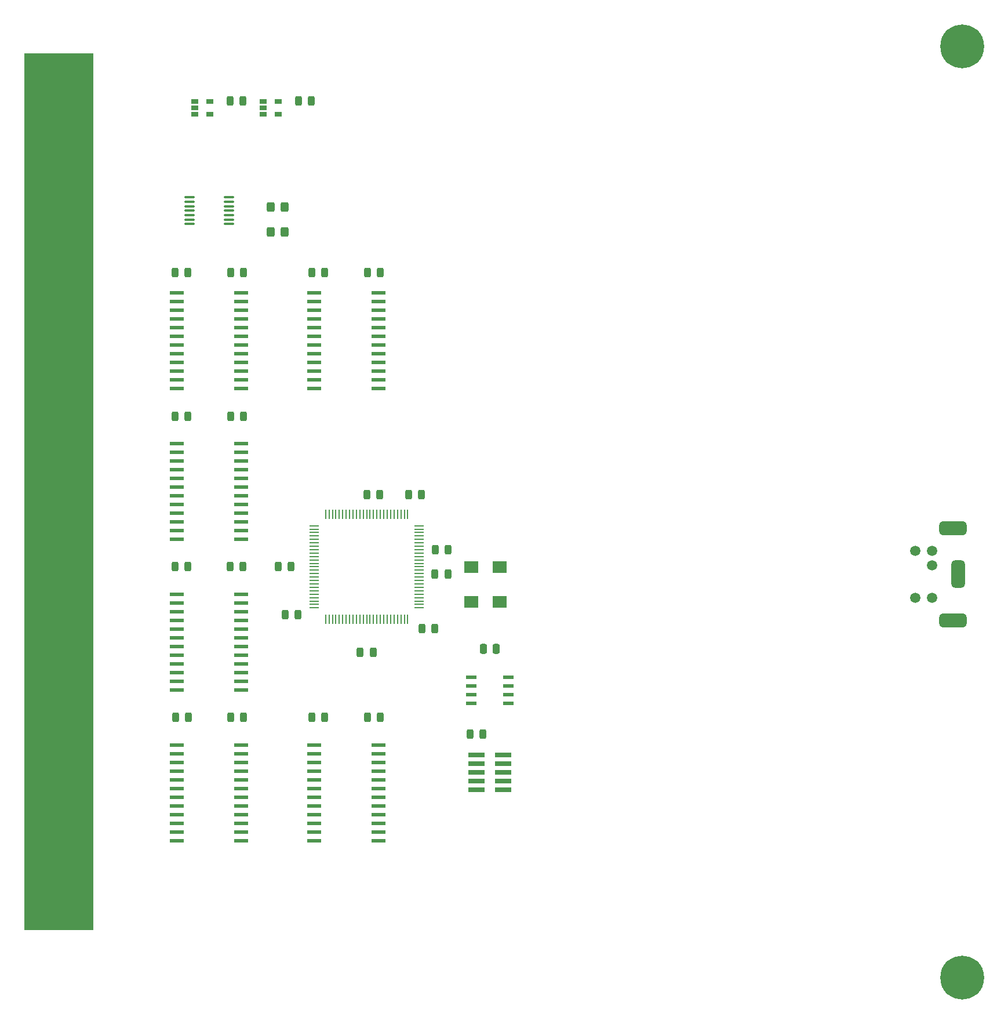
<source format=gbr>
%TF.GenerationSoftware,KiCad,Pcbnew,(6.0.4-0)*%
%TF.CreationDate,2022-10-03T08:54:47-06:00*%
%TF.ProjectId,midiori,6d696469-6f72-4692-9e6b-696361645f70,rev?*%
%TF.SameCoordinates,Original*%
%TF.FileFunction,Soldermask,Top*%
%TF.FilePolarity,Negative*%
%FSLAX46Y46*%
G04 Gerber Fmt 4.6, Leading zero omitted, Abs format (unit mm)*
G04 Created by KiCad (PCBNEW (6.0.4-0)) date 2022-10-03 08:54:47*
%MOMM*%
%LPD*%
G01*
G04 APERTURE LIST*
G04 Aperture macros list*
%AMRoundRect*
0 Rectangle with rounded corners*
0 $1 Rounding radius*
0 $2 $3 $4 $5 $6 $7 $8 $9 X,Y pos of 4 corners*
0 Add a 4 corners polygon primitive as box body*
4,1,4,$2,$3,$4,$5,$6,$7,$8,$9,$2,$3,0*
0 Add four circle primitives for the rounded corners*
1,1,$1+$1,$2,$3*
1,1,$1+$1,$4,$5*
1,1,$1+$1,$6,$7*
1,1,$1+$1,$8,$9*
0 Add four rect primitives between the rounded corners*
20,1,$1+$1,$2,$3,$4,$5,0*
20,1,$1+$1,$4,$5,$6,$7,0*
20,1,$1+$1,$6,$7,$8,$9,0*
20,1,$1+$1,$8,$9,$2,$3,0*%
G04 Aperture macros list end*
%ADD10C,0.100000*%
%ADD11R,2.000000X1.800000*%
%ADD12RoundRect,0.250000X-0.325000X-0.450000X0.325000X-0.450000X0.325000X0.450000X-0.325000X0.450000X0*%
%ADD13RoundRect,0.250000X0.325000X0.450000X-0.325000X0.450000X-0.325000X-0.450000X0.325000X-0.450000X0*%
%ADD14R,8.000000X1.800000*%
%ADD15RoundRect,0.250000X-0.250000X-0.475000X0.250000X-0.475000X0.250000X0.475000X-0.250000X0.475000X0*%
%ADD16R,2.000000X0.600000*%
%ADD17R,1.470000X0.280000*%
%ADD18R,0.280000X1.470000*%
%ADD19RoundRect,0.100000X-0.637500X-0.100000X0.637500X-0.100000X0.637500X0.100000X-0.637500X0.100000X0*%
%ADD20R,1.550000X0.600000*%
%ADD21R,1.060000X0.650000*%
%ADD22RoundRect,0.243750X-0.243750X-0.456250X0.243750X-0.456250X0.243750X0.456250X-0.243750X0.456250X0*%
%ADD23R,2.400000X0.740000*%
%ADD24RoundRect,0.243750X0.243750X0.456250X-0.243750X0.456250X-0.243750X-0.456250X0.243750X-0.456250X0*%
%ADD25C,6.400000*%
%ADD26RoundRect,0.500000X-0.500000X1.500000X-0.500000X-1.500000X0.500000X-1.500000X0.500000X1.500000X0*%
%ADD27RoundRect,0.500000X-1.500000X0.500000X-1.500000X-0.500000X1.500000X-0.500000X1.500000X0.500000X0*%
%ADD28C,1.500000*%
G04 APERTURE END LIST*
D10*
G36*
X54000000Y-175000000D02*
G01*
X44000000Y-175000000D01*
X44000000Y-47000000D01*
X54000000Y-47000000D01*
X54000000Y-175000000D01*
G37*
X54000000Y-175000000D02*
X44000000Y-175000000D01*
X44000000Y-47000000D01*
X54000000Y-47000000D01*
X54000000Y-175000000D01*
D11*
%TO.C,X1*%
X113440000Y-127090000D03*
X113440000Y-122010000D03*
X109240000Y-122010000D03*
X109240000Y-127090000D03*
%TD*%
D12*
%TO.C,R6*%
X79950000Y-69500000D03*
X82000000Y-69500000D03*
%TD*%
D13*
%TO.C,R9*%
X81995000Y-73080000D03*
X79945000Y-73080000D03*
%TD*%
D14*
%TO.C,J1*%
X50000000Y-173460000D03*
X50000000Y-170920000D03*
X50000000Y-168380000D03*
X50000000Y-165840000D03*
X50000000Y-163300000D03*
X50000000Y-160760000D03*
X50000000Y-158220000D03*
X50000000Y-155680000D03*
X50000000Y-153140000D03*
X50000000Y-150600000D03*
X50000000Y-148060000D03*
X50000000Y-145520000D03*
X50000000Y-142980000D03*
X50000000Y-140440000D03*
X50000000Y-137900000D03*
X50000000Y-135360000D03*
X50000000Y-132820000D03*
X50000000Y-130280000D03*
X50000000Y-127740000D03*
X50000000Y-125200000D03*
X50000000Y-122660000D03*
X50000000Y-120120000D03*
X50000000Y-117580000D03*
X50000000Y-115040000D03*
X50000000Y-112500000D03*
X50000000Y-109960000D03*
X50000000Y-107420000D03*
X50000000Y-104880000D03*
X50000000Y-102340000D03*
X50000000Y-99800000D03*
X50000000Y-97260000D03*
X50000000Y-94720000D03*
X50000000Y-92180000D03*
X50000000Y-89640000D03*
X50000000Y-87100000D03*
X50000000Y-84560000D03*
X50000000Y-82020000D03*
X50000000Y-79480000D03*
X50000000Y-76940000D03*
X50000000Y-74400000D03*
X50000000Y-71860000D03*
X50000000Y-69320000D03*
X50000000Y-66780000D03*
X50000000Y-64240000D03*
X50000000Y-61700000D03*
X50000000Y-59160000D03*
X50000000Y-56620000D03*
X50000000Y-54080000D03*
X50000000Y-51540000D03*
X50000000Y-49000000D03*
%TD*%
D15*
%TO.C,C8*%
X111025000Y-134000000D03*
X112925000Y-134000000D03*
%TD*%
D16*
%TO.C,U4*%
X86300000Y-148015000D03*
X86300000Y-149285000D03*
X86300000Y-150555000D03*
X86300000Y-151825000D03*
X86300000Y-153095000D03*
X86300000Y-154365000D03*
X86300000Y-155635000D03*
X86300000Y-156905000D03*
X86300000Y-158175000D03*
X86300000Y-159445000D03*
X86300000Y-160715000D03*
X86300000Y-161985000D03*
X95700000Y-161985000D03*
X95700000Y-160715000D03*
X95700000Y-159445000D03*
X95700000Y-158175000D03*
X95700000Y-156905000D03*
X95700000Y-155635000D03*
X95700000Y-154365000D03*
X95700000Y-153095000D03*
X95700000Y-151825000D03*
X95700000Y-150555000D03*
X95700000Y-149285000D03*
X95700000Y-148015000D03*
%TD*%
%TO.C,U5*%
X66300000Y-126015000D03*
X66300000Y-127285000D03*
X66300000Y-128555000D03*
X66300000Y-129825000D03*
X66300000Y-131095000D03*
X66300000Y-132365000D03*
X66300000Y-133635000D03*
X66300000Y-134905000D03*
X66300000Y-136175000D03*
X66300000Y-137445000D03*
X66300000Y-138715000D03*
X66300000Y-139985000D03*
X75700000Y-139985000D03*
X75700000Y-138715000D03*
X75700000Y-137445000D03*
X75700000Y-136175000D03*
X75700000Y-134905000D03*
X75700000Y-133635000D03*
X75700000Y-132365000D03*
X75700000Y-131095000D03*
X75700000Y-129825000D03*
X75700000Y-128555000D03*
X75700000Y-127285000D03*
X75700000Y-126015000D03*
%TD*%
%TO.C,U6*%
X86300000Y-82015000D03*
X86300000Y-83285000D03*
X86300000Y-84555000D03*
X86300000Y-85825000D03*
X86300000Y-87095000D03*
X86300000Y-88365000D03*
X86300000Y-89635000D03*
X86300000Y-90905000D03*
X86300000Y-92175000D03*
X86300000Y-93445000D03*
X86300000Y-94715000D03*
X86300000Y-95985000D03*
X95700000Y-95985000D03*
X95700000Y-94715000D03*
X95700000Y-93445000D03*
X95700000Y-92175000D03*
X95700000Y-90905000D03*
X95700000Y-89635000D03*
X95700000Y-88365000D03*
X95700000Y-87095000D03*
X95700000Y-85825000D03*
X95700000Y-84555000D03*
X95700000Y-83285000D03*
X95700000Y-82015000D03*
%TD*%
%TO.C,U7*%
X66300000Y-148015000D03*
X66300000Y-149285000D03*
X66300000Y-150555000D03*
X66300000Y-151825000D03*
X66300000Y-153095000D03*
X66300000Y-154365000D03*
X66300000Y-155635000D03*
X66300000Y-156905000D03*
X66300000Y-158175000D03*
X66300000Y-159445000D03*
X66300000Y-160715000D03*
X66300000Y-161985000D03*
X75700000Y-161985000D03*
X75700000Y-160715000D03*
X75700000Y-159445000D03*
X75700000Y-158175000D03*
X75700000Y-156905000D03*
X75700000Y-155635000D03*
X75700000Y-154365000D03*
X75700000Y-153095000D03*
X75700000Y-151825000D03*
X75700000Y-150555000D03*
X75700000Y-149285000D03*
X75700000Y-148015000D03*
%TD*%
%TO.C,U9*%
X66300000Y-82015000D03*
X66300000Y-83285000D03*
X66300000Y-84555000D03*
X66300000Y-85825000D03*
X66300000Y-87095000D03*
X66300000Y-88365000D03*
X66300000Y-89635000D03*
X66300000Y-90905000D03*
X66300000Y-92175000D03*
X66300000Y-93445000D03*
X66300000Y-94715000D03*
X66300000Y-95985000D03*
X75700000Y-95985000D03*
X75700000Y-94715000D03*
X75700000Y-93445000D03*
X75700000Y-92175000D03*
X75700000Y-90905000D03*
X75700000Y-89635000D03*
X75700000Y-88365000D03*
X75700000Y-87095000D03*
X75700000Y-85825000D03*
X75700000Y-84555000D03*
X75700000Y-83285000D03*
X75700000Y-82015000D03*
%TD*%
D17*
%TO.C,U10*%
X86330000Y-116000000D03*
X86330000Y-116500000D03*
X86330000Y-117000000D03*
X86330000Y-117500000D03*
X86330000Y-118000000D03*
X86330000Y-118500000D03*
X86330000Y-119000000D03*
X86330000Y-119500000D03*
X86330000Y-120000000D03*
X86330000Y-120500000D03*
X86330000Y-121000000D03*
X86330000Y-121500000D03*
X86330000Y-122000000D03*
X86330000Y-122500000D03*
X86330000Y-123000000D03*
X86330000Y-123500000D03*
X86330000Y-124000000D03*
X86330000Y-124500000D03*
X86330000Y-125000000D03*
X86330000Y-125500000D03*
X86330000Y-126000000D03*
X86330000Y-126500000D03*
X86330000Y-127000000D03*
X86330000Y-127500000D03*
X86330000Y-128000000D03*
D18*
X88000000Y-129670000D03*
X88500000Y-129670000D03*
X89000000Y-129670000D03*
X89500000Y-129670000D03*
X90000000Y-129670000D03*
X90500000Y-129670000D03*
X91000000Y-129670000D03*
X91500000Y-129670000D03*
X92000000Y-129670000D03*
X92500000Y-129670000D03*
X93000000Y-129670000D03*
X93500000Y-129670000D03*
X94000000Y-129670000D03*
X94500000Y-129670000D03*
X95000000Y-129670000D03*
X95500000Y-129670000D03*
X96000000Y-129670000D03*
X96500000Y-129670000D03*
X97000000Y-129670000D03*
X97500000Y-129670000D03*
X98000000Y-129670000D03*
X98500000Y-129670000D03*
X99000000Y-129670000D03*
X99500000Y-129670000D03*
X100000000Y-129670000D03*
D17*
X101670000Y-128000000D03*
X101670000Y-127500000D03*
X101670000Y-127000000D03*
X101670000Y-126500000D03*
X101670000Y-126000000D03*
X101670000Y-125500000D03*
X101670000Y-125000000D03*
X101670000Y-124500000D03*
X101670000Y-124000000D03*
X101670000Y-123500000D03*
X101670000Y-123000000D03*
X101670000Y-122500000D03*
X101670000Y-122000000D03*
X101670000Y-121500000D03*
X101670000Y-121000000D03*
X101670000Y-120500000D03*
X101670000Y-120000000D03*
X101670000Y-119500000D03*
X101670000Y-119000000D03*
X101670000Y-118500000D03*
X101670000Y-118000000D03*
X101670000Y-117500000D03*
X101670000Y-117000000D03*
X101670000Y-116500000D03*
X101670000Y-116000000D03*
D18*
X100000000Y-114330000D03*
X99500000Y-114330000D03*
X99000000Y-114330000D03*
X98500000Y-114330000D03*
X98000000Y-114330000D03*
X97500000Y-114330000D03*
X97000000Y-114330000D03*
X96500000Y-114330000D03*
X96000000Y-114330000D03*
X95500000Y-114330000D03*
X95000000Y-114330000D03*
X94500000Y-114330000D03*
X94000000Y-114330000D03*
X93500000Y-114330000D03*
X93000000Y-114330000D03*
X92500000Y-114330000D03*
X92000000Y-114330000D03*
X91500000Y-114330000D03*
X91000000Y-114330000D03*
X90500000Y-114330000D03*
X90000000Y-114330000D03*
X89500000Y-114330000D03*
X89000000Y-114330000D03*
X88500000Y-114330000D03*
X88000000Y-114330000D03*
%TD*%
D19*
%TO.C,U1*%
X68137500Y-68050000D03*
X68137500Y-68700000D03*
X68137500Y-69350000D03*
X68137500Y-70000000D03*
X68137500Y-70650000D03*
X68137500Y-71300000D03*
X68137500Y-71950000D03*
X73862500Y-71950000D03*
X73862500Y-71300000D03*
X73862500Y-70650000D03*
X73862500Y-70000000D03*
X73862500Y-69350000D03*
X73862500Y-68700000D03*
X73862500Y-68050000D03*
%TD*%
D16*
%TO.C,U8*%
X66300000Y-104015000D03*
X66300000Y-105285000D03*
X66300000Y-106555000D03*
X66300000Y-107825000D03*
X66300000Y-109095000D03*
X66300000Y-110365000D03*
X66300000Y-111635000D03*
X66300000Y-112905000D03*
X66300000Y-114175000D03*
X66300000Y-115445000D03*
X66300000Y-116715000D03*
X66300000Y-117985000D03*
X75700000Y-117985000D03*
X75700000Y-116715000D03*
X75700000Y-115445000D03*
X75700000Y-114175000D03*
X75700000Y-112905000D03*
X75700000Y-111635000D03*
X75700000Y-110365000D03*
X75700000Y-109095000D03*
X75700000Y-107825000D03*
X75700000Y-106555000D03*
X75700000Y-105285000D03*
X75700000Y-104015000D03*
%TD*%
D20*
%TO.C,U2*%
X114700000Y-141905000D03*
X114700000Y-140635000D03*
X114700000Y-139365000D03*
X114700000Y-138095000D03*
X109300000Y-138095000D03*
X109300000Y-139365000D03*
X109300000Y-140635000D03*
X109300000Y-141905000D03*
%TD*%
D21*
%TO.C,U11*%
X68900000Y-54050000D03*
X68900000Y-55000000D03*
X68900000Y-55950000D03*
X71100000Y-55950000D03*
X71100000Y-54050000D03*
%TD*%
D22*
%TO.C,C1*%
X74062500Y-54000000D03*
X75937500Y-54000000D03*
%TD*%
%TO.C,C2*%
X84062500Y-54000000D03*
X85937500Y-54000000D03*
%TD*%
D23*
%TO.C,J2*%
X110050000Y-149460000D03*
X113950000Y-149460000D03*
X110050000Y-150730000D03*
X113950000Y-150730000D03*
X110050000Y-152000000D03*
X113950000Y-152000000D03*
X110050000Y-153270000D03*
X113950000Y-153270000D03*
X110050000Y-154540000D03*
X113950000Y-154540000D03*
%TD*%
D21*
%TO.C,U3*%
X78900000Y-54050000D03*
X78900000Y-55000000D03*
X78900000Y-55950000D03*
X81100000Y-55950000D03*
X81100000Y-54050000D03*
%TD*%
D22*
%TO.C,C4*%
X66000000Y-122000000D03*
X67875000Y-122000000D03*
%TD*%
D24*
%TO.C,C5*%
X96000000Y-79000000D03*
X94125000Y-79000000D03*
%TD*%
D22*
%TO.C,C6*%
X86000000Y-144000000D03*
X87875000Y-144000000D03*
%TD*%
D24*
%TO.C,C7*%
X76000000Y-144000000D03*
X74125000Y-144000000D03*
%TD*%
D22*
%TO.C,C9*%
X86000000Y-79000000D03*
X87875000Y-79000000D03*
%TD*%
D24*
%TO.C,C12*%
X75937500Y-122000000D03*
X74062500Y-122000000D03*
%TD*%
D22*
%TO.C,C13*%
X66000000Y-79000000D03*
X67875000Y-79000000D03*
%TD*%
D24*
%TO.C,C14*%
X76000000Y-79000000D03*
X74125000Y-79000000D03*
%TD*%
D22*
%TO.C,C15*%
X66062500Y-144000000D03*
X67937500Y-144000000D03*
%TD*%
D24*
%TO.C,C17*%
X76000000Y-100000000D03*
X74125000Y-100000000D03*
%TD*%
D22*
%TO.C,C18*%
X100125000Y-111500000D03*
X102000000Y-111500000D03*
%TD*%
%TO.C,C20*%
X93062500Y-134500000D03*
X94937500Y-134500000D03*
%TD*%
%TO.C,C22*%
X103982500Y-123100000D03*
X105857500Y-123100000D03*
%TD*%
D24*
%TO.C,C23*%
X84000000Y-129000000D03*
X82125000Y-129000000D03*
%TD*%
D22*
%TO.C,C11*%
X66000000Y-100000000D03*
X67875000Y-100000000D03*
%TD*%
D24*
%TO.C,C21*%
X96000000Y-144000000D03*
X94125000Y-144000000D03*
%TD*%
%TO.C,C16*%
X82937500Y-122000000D03*
X81062500Y-122000000D03*
%TD*%
%TO.C,R3*%
X110975000Y-146400000D03*
X109100000Y-146400000D03*
%TD*%
D22*
%TO.C,C19*%
X102062500Y-131000000D03*
X103937500Y-131000000D03*
%TD*%
%TO.C,C10*%
X94000000Y-111500000D03*
X95875000Y-111500000D03*
%TD*%
%TO.C,C3*%
X104000000Y-119500000D03*
X105875000Y-119500000D03*
%TD*%
D25*
%TO.C,H2*%
X181000000Y-182000000D03*
%TD*%
%TO.C,H1*%
X181000000Y-46000000D03*
%TD*%
D26*
%TO.C,J4*%
X180400000Y-123100000D03*
D27*
X179600000Y-116350000D03*
X179600000Y-129850000D03*
D28*
X176600000Y-121800000D03*
X176600000Y-119700000D03*
X176600000Y-126500000D03*
X174100000Y-119700000D03*
X174100000Y-126500000D03*
%TD*%
M02*

</source>
